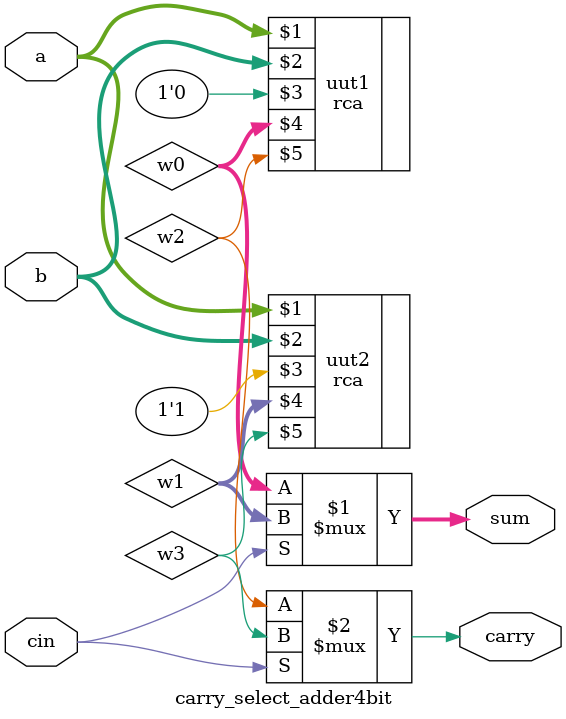
<source format=v>
module carry_select_adder4bit(a,b,cin,sum,carry);
input [3:0]a,b;
input cin;
output [3:0]sum;
output carry;
wire [3:0]w0,w1;
wire w2,w3;
rca uut1(a,b,1'b0,w0,w2);
rca uut2(a,b,1'b1,w1,w3);
assign sum=(cin)?w1:w0;
assign carry = (cin)?w3:w2;
endmodule

</source>
